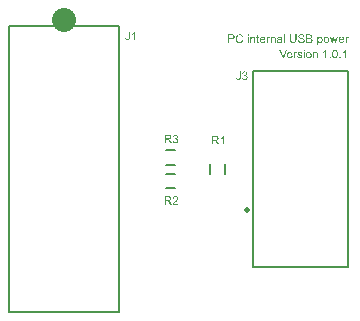
<source format=gto>
%FSLAX33Y33*%
%MOMM*%
%ADD10C,0.15*%
%ADD11C,2.032*%
%ADD12C,0.5*%
D10*
%LNtop silkscreen_traces*%
%LNtop silkscreen component 2db072afead86070*%
G01*
X13585Y10875D02*
X14415Y10875D01*
X13585Y12125D02*
X14415Y12125D01*
G36*
X13489Y9500D02*
X13489Y10216D01*
X13806Y10216D01*
X13851Y10215D01*
X13891Y10211D01*
X13924Y10205D01*
X13952Y10197D01*
X13976Y10185D01*
X13997Y10170D01*
X14015Y10151D01*
X14031Y10128D01*
X14044Y10103D01*
X14054Y10077D01*
X14059Y10049D01*
X14061Y10021D01*
X14058Y9984D01*
X14049Y9950D01*
X14033Y9920D01*
X14012Y9892D01*
X13984Y9868D01*
X13949Y9849D01*
X13908Y9835D01*
X13884Y9830D01*
X13869Y9907D01*
X13889Y9913D01*
X13906Y9921D01*
X13921Y9931D01*
X13934Y9943D01*
X13945Y9956D01*
X13953Y9971D01*
X13959Y9987D01*
X13962Y10003D01*
X13964Y10021D01*
X13961Y10045D01*
X13954Y10067D01*
X13943Y10087D01*
X13927Y10104D01*
X13906Y10118D01*
X13879Y10129D01*
X13847Y10135D01*
X13810Y10137D01*
X13584Y10137D01*
X13584Y9900D01*
X13584Y9900D01*
X13787Y9900D01*
X13818Y9901D01*
X13845Y9903D01*
X13869Y9907D01*
X13884Y9830D01*
X13860Y9826D01*
X13877Y9817D01*
X13893Y9808D01*
X13906Y9799D01*
X13917Y9790D01*
X13937Y9770D01*
X13957Y9747D01*
X13976Y9722D01*
X13995Y9695D01*
X14120Y9500D01*
X14001Y9500D01*
X13906Y9649D01*
X13886Y9679D01*
X13868Y9706D01*
X13852Y9729D01*
X13838Y9748D01*
X13825Y9763D01*
X13812Y9777D01*
X13800Y9787D01*
X13790Y9795D01*
X13779Y9802D01*
X13768Y9807D01*
X13757Y9811D01*
X13746Y9814D01*
X13737Y9816D01*
X13725Y9817D01*
X13711Y9818D01*
X13694Y9818D01*
X13584Y9818D01*
X13584Y9500D01*
X13489Y9500D01*
X13489Y9500D01*
X14636Y9584D02*
X14636Y9500D01*
X14163Y9500D01*
X14163Y9516D01*
X14165Y9531D01*
X14168Y9546D01*
X14173Y9561D01*
X14183Y9585D01*
X14197Y9609D01*
X14212Y9633D01*
X14231Y9656D01*
X14253Y9681D01*
X14280Y9707D01*
X14311Y9735D01*
X14346Y9765D01*
X14400Y9810D01*
X14444Y9850D01*
X14478Y9886D01*
X14504Y9916D01*
X14522Y9944D01*
X14534Y9971D01*
X14542Y9997D01*
X14545Y10022D01*
X14542Y10047D01*
X14535Y10070D01*
X14524Y10091D01*
X14507Y10110D01*
X14487Y10126D01*
X14464Y10137D01*
X14438Y10144D01*
X14410Y10146D01*
X14380Y10144D01*
X14353Y10136D01*
X14329Y10125D01*
X14308Y10108D01*
X14292Y10087D01*
X14280Y10062D01*
X14272Y10034D01*
X14270Y10002D01*
X14179Y10012D01*
X14187Y10059D01*
X14201Y10101D01*
X14222Y10136D01*
X14249Y10166D01*
X14282Y10189D01*
X14320Y10206D01*
X14363Y10215D01*
X14412Y10219D01*
X14461Y10215D01*
X14504Y10204D01*
X14542Y10187D01*
X14575Y10162D01*
X14601Y10131D01*
X14620Y10098D01*
X14631Y10061D01*
X14635Y10020D01*
X14634Y9999D01*
X14631Y9977D01*
X14625Y9956D01*
X14617Y9936D01*
X14607Y9915D01*
X14594Y9893D01*
X14578Y9871D01*
X14559Y9848D01*
X14535Y9823D01*
X14505Y9794D01*
X14468Y9760D01*
X14424Y9722D01*
X14388Y9692D01*
X14359Y9666D01*
X14337Y9647D01*
X14322Y9632D01*
X14311Y9620D01*
X14301Y9608D01*
X14293Y9596D01*
X14285Y9584D01*
X14636Y9584D01*
X14636Y9584D01*
G37*
%LNtop silkscreen component f0fb2731934dc838*%
X0360Y24630D02*
X9640Y24630D01*
X0360Y24630D02*
X0360Y0370D01*
X9640Y0370*
X9640Y24630*
D11*
X5000Y25146D03*
G36*
X10161Y23633D02*
X10246Y23645D01*
X10249Y23607D01*
X10256Y23576D01*
X10265Y23551D01*
X10277Y23533D01*
X10292Y23519D01*
X10310Y23510D01*
X10330Y23504D01*
X10353Y23502D01*
X10370Y23503D01*
X10386Y23506D01*
X10401Y23511D01*
X10414Y23519D01*
X10426Y23528D01*
X10436Y23538D01*
X10444Y23550D01*
X10450Y23563D01*
X10454Y23579D01*
X10457Y23599D01*
X10459Y23624D01*
X10460Y23653D01*
X10460Y24146D01*
X10554Y24146D01*
X10554Y23658D01*
X10553Y23616D01*
X10549Y23578D01*
X10542Y23546D01*
X10533Y23519D01*
X10520Y23496D01*
X10504Y23475D01*
X10486Y23458D01*
X10464Y23444D01*
X10439Y23432D01*
X10412Y23424D01*
X10384Y23419D01*
X10353Y23418D01*
X10309Y23421D01*
X10270Y23431D01*
X10237Y23448D01*
X10209Y23472D01*
X10187Y23502D01*
X10172Y23539D01*
X10163Y23583D01*
X10161Y23633D01*
X10161Y23633D01*
X11004Y23430D02*
X10917Y23430D01*
X10917Y23990D01*
X10899Y23975D01*
X10880Y23960D01*
X10858Y23945D01*
X10833Y23930D01*
X10808Y23915D01*
X10784Y23903D01*
X10762Y23893D01*
X10741Y23884D01*
X10741Y23969D01*
X10777Y23987D01*
X10810Y24007D01*
X10841Y24029D01*
X10870Y24053D01*
X10895Y24078D01*
X10917Y24102D01*
X10934Y24125D01*
X10948Y24149D01*
X11004Y24149D01*
X11004Y23430D01*
X11004Y23430D01*
G37*
%LNtop silkscreen component 857abdc5204d4412*%
D10*
X14415Y14125D02*
X13585Y14125D01*
X14415Y12875D02*
X13585Y12875D01*
G36*
X13489Y14700D02*
X13489Y15416D01*
X13806Y15416D01*
X13851Y15415D01*
X13891Y15411D01*
X13924Y15405D01*
X13952Y15397D01*
X13976Y15385D01*
X13997Y15370D01*
X14015Y15351D01*
X14031Y15328D01*
X14044Y15303D01*
X14054Y15277D01*
X14059Y15249D01*
X14061Y15221D01*
X14058Y15184D01*
X14049Y15150D01*
X14033Y15120D01*
X14012Y15092D01*
X13984Y15068D01*
X13949Y15049D01*
X13908Y15035D01*
X13884Y15030D01*
X13869Y15107D01*
X13889Y15113D01*
X13906Y15121D01*
X13921Y15131D01*
X13934Y15143D01*
X13945Y15156D01*
X13953Y15171D01*
X13959Y15187D01*
X13962Y15203D01*
X13964Y15221D01*
X13961Y15245D01*
X13954Y15267D01*
X13943Y15287D01*
X13927Y15304D01*
X13906Y15318D01*
X13879Y15329D01*
X13847Y15335D01*
X13810Y15337D01*
X13584Y15337D01*
X13584Y15100D01*
X13584Y15100D01*
X13787Y15100D01*
X13818Y15101D01*
X13845Y15103D01*
X13869Y15107D01*
X13884Y15030D01*
X13860Y15026D01*
X13877Y15017D01*
X13893Y15008D01*
X13906Y14999D01*
X13917Y14990D01*
X13937Y14970D01*
X13957Y14947D01*
X13976Y14922D01*
X13995Y14895D01*
X14120Y14700D01*
X14001Y14700D01*
X13906Y14849D01*
X13886Y14879D01*
X13868Y14906D01*
X13852Y14929D01*
X13838Y14948D01*
X13825Y14963D01*
X13812Y14977D01*
X13800Y14987D01*
X13790Y14995D01*
X13779Y15002D01*
X13768Y15007D01*
X13757Y15011D01*
X13746Y15014D01*
X13737Y15016D01*
X13725Y15017D01*
X13711Y15018D01*
X13694Y15018D01*
X13584Y15018D01*
X13584Y14700D01*
X13489Y14700D01*
X13489Y14700D01*
X14175Y14889D02*
X14262Y14901D01*
X14271Y14866D01*
X14283Y14836D01*
X14297Y14812D01*
X14314Y14793D01*
X14333Y14779D01*
X14354Y14768D01*
X14377Y14762D01*
X14403Y14760D01*
X14432Y14763D01*
X14460Y14771D01*
X14485Y14784D01*
X14507Y14803D01*
X14526Y14826D01*
X14539Y14851D01*
X14547Y14879D01*
X14550Y14909D01*
X14548Y14938D01*
X14540Y14965D01*
X14528Y14988D01*
X14510Y15009D01*
X14489Y15027D01*
X14466Y15039D01*
X14439Y15046D01*
X14410Y15049D01*
X14397Y15048D01*
X14382Y15046D01*
X14366Y15043D01*
X14348Y15039D01*
X14358Y15116D01*
X14362Y15116D01*
X14366Y15115D01*
X14369Y15115D01*
X14372Y15115D01*
X14399Y15117D01*
X14425Y15122D01*
X14450Y15132D01*
X14473Y15144D01*
X14493Y15161D01*
X14507Y15182D01*
X14515Y15206D01*
X14518Y15235D01*
X14516Y15258D01*
X14510Y15279D01*
X14499Y15298D01*
X14485Y15315D01*
X14468Y15329D01*
X14448Y15339D01*
X14425Y15345D01*
X14401Y15346D01*
X14376Y15344D01*
X14354Y15338D01*
X14333Y15328D01*
X14315Y15314D01*
X14300Y15296D01*
X14287Y15274D01*
X14278Y15248D01*
X14271Y15218D01*
X14183Y15233D01*
X14194Y15275D01*
X14210Y15312D01*
X14231Y15343D01*
X14257Y15370D01*
X14287Y15391D01*
X14321Y15407D01*
X14358Y15416D01*
X14399Y15419D01*
X14427Y15417D01*
X14455Y15412D01*
X14481Y15405D01*
X14507Y15394D01*
X14530Y15380D01*
X14550Y15364D01*
X14567Y15346D01*
X14582Y15325D01*
X14593Y15303D01*
X14602Y15280D01*
X14606Y15257D01*
X14608Y15233D01*
X14607Y15210D01*
X14602Y15188D01*
X14594Y15168D01*
X14583Y15148D01*
X14569Y15130D01*
X14552Y15114D01*
X14532Y15100D01*
X14509Y15088D01*
X14539Y15078D01*
X14566Y15065D01*
X14589Y15048D01*
X14608Y15027D01*
X14623Y15002D01*
X14634Y14975D01*
X14641Y14945D01*
X14643Y14911D01*
X14639Y14866D01*
X14626Y14825D01*
X14605Y14787D01*
X14575Y14752D01*
X14538Y14724D01*
X14498Y14704D01*
X14452Y14691D01*
X14402Y14687D01*
X14357Y14691D01*
X14316Y14701D01*
X14279Y14719D01*
X14246Y14743D01*
X14218Y14774D01*
X14197Y14808D01*
X14182Y14846D01*
X14175Y14889D01*
X14175Y14889D01*
G37*
%LNtop silkscreen component 9dea16fde81fcd95*%
X18625Y12085D02*
X18625Y12915D01*
X17375Y12085D02*
X17375Y12915D01*
G36*
X17489Y14600D02*
X17489Y15316D01*
X17806Y15316D01*
X17851Y15315D01*
X17891Y15311D01*
X17924Y15305D01*
X17952Y15297D01*
X17976Y15285D01*
X17997Y15270D01*
X18015Y15251D01*
X18031Y15228D01*
X18044Y15203D01*
X18054Y15177D01*
X18059Y15149D01*
X18061Y15121D01*
X18058Y15084D01*
X18049Y15050D01*
X18033Y15020D01*
X18012Y14992D01*
X17984Y14968D01*
X17949Y14949D01*
X17908Y14935D01*
X17884Y14930D01*
X17869Y15007D01*
X17889Y15013D01*
X17906Y15021D01*
X17921Y15031D01*
X17934Y15043D01*
X17945Y15056D01*
X17953Y15071D01*
X17959Y15087D01*
X17962Y15103D01*
X17964Y15121D01*
X17961Y15145D01*
X17954Y15167D01*
X17943Y15187D01*
X17927Y15204D01*
X17906Y15218D01*
X17879Y15229D01*
X17847Y15235D01*
X17810Y15237D01*
X17584Y15237D01*
X17584Y15000D01*
X17584Y15000D01*
X17787Y15000D01*
X17818Y15001D01*
X17845Y15003D01*
X17869Y15007D01*
X17884Y14930D01*
X17860Y14926D01*
X17877Y14917D01*
X17893Y14908D01*
X17906Y14899D01*
X17917Y14890D01*
X17937Y14870D01*
X17957Y14847D01*
X17976Y14822D01*
X17995Y14795D01*
X18120Y14600D01*
X18001Y14600D01*
X17906Y14749D01*
X17886Y14779D01*
X17868Y14806D01*
X17852Y14829D01*
X17838Y14848D01*
X17825Y14863D01*
X17812Y14877D01*
X17800Y14887D01*
X17790Y14895D01*
X17779Y14902D01*
X17768Y14907D01*
X17757Y14911D01*
X17746Y14914D01*
X17737Y14916D01*
X17725Y14917D01*
X17711Y14918D01*
X17694Y14918D01*
X17584Y14918D01*
X17584Y14600D01*
X17489Y14600D01*
X17489Y14600D01*
X18505Y14600D02*
X18417Y14600D01*
X18417Y15160D01*
X18400Y15145D01*
X18381Y15130D01*
X18358Y15115D01*
X18334Y15100D01*
X18309Y15085D01*
X18285Y15073D01*
X18263Y15063D01*
X18241Y15054D01*
X18241Y15139D01*
X18277Y15157D01*
X18311Y15177D01*
X18342Y15199D01*
X18370Y15223D01*
X18396Y15248D01*
X18417Y15272D01*
X18435Y15295D01*
X18448Y15319D01*
X18505Y15319D01*
X18505Y14600D01*
X18505Y14600D01*
G37*
%LNtop silkscreen component 442748f89a67850a*%
X29011Y4215D02*
X20989Y4215D01*
X20989Y20785*
X29011Y20785*
X29011Y4215*
D12*
X20440Y9075D03*
G36*
X19544Y20264D02*
X19629Y20276D01*
X19632Y20238D01*
X19639Y20207D01*
X19648Y20182D01*
X19660Y20164D01*
X19675Y20150D01*
X19693Y20141D01*
X19713Y20135D01*
X19736Y20133D01*
X19753Y20134D01*
X19769Y20138D01*
X19784Y20143D01*
X19797Y20150D01*
X19809Y20159D01*
X19819Y20169D01*
X19827Y20181D01*
X19833Y20194D01*
X19837Y20210D01*
X19840Y20231D01*
X19842Y20255D01*
X19843Y20284D01*
X19843Y20777D01*
X19937Y20777D01*
X19937Y20289D01*
X19936Y20247D01*
X19932Y20210D01*
X19925Y20177D01*
X19916Y20150D01*
X19903Y20127D01*
X19888Y20107D01*
X19869Y20089D01*
X19847Y20075D01*
X19822Y20064D01*
X19796Y20055D01*
X19767Y20051D01*
X19736Y20049D01*
X19692Y20052D01*
X19653Y20063D01*
X19620Y20079D01*
X19592Y20103D01*
X19570Y20134D01*
X19555Y20171D01*
X19546Y20214D01*
X19544Y20264D01*
X19544Y20264D01*
X20057Y20250D02*
X20145Y20262D01*
X20154Y20227D01*
X20165Y20198D01*
X20180Y20173D01*
X20196Y20154D01*
X20216Y20140D01*
X20237Y20129D01*
X20260Y20123D01*
X20285Y20121D01*
X20315Y20124D01*
X20342Y20132D01*
X20367Y20145D01*
X20390Y20164D01*
X20408Y20187D01*
X20422Y20212D01*
X20430Y20240D01*
X20433Y20271D01*
X20430Y20300D01*
X20423Y20326D01*
X20410Y20350D01*
X20393Y20371D01*
X20372Y20388D01*
X20348Y20400D01*
X20322Y20407D01*
X20292Y20410D01*
X20279Y20409D01*
X20264Y20407D01*
X20248Y20404D01*
X20230Y20400D01*
X20240Y20477D01*
X20244Y20477D01*
X20248Y20476D01*
X20251Y20476D01*
X20254Y20476D01*
X20282Y20478D01*
X20308Y20484D01*
X20332Y20493D01*
X20355Y20506D01*
X20375Y20522D01*
X20389Y20543D01*
X20397Y20567D01*
X20400Y20596D01*
X20398Y20619D01*
X20392Y20640D01*
X20382Y20659D01*
X20368Y20676D01*
X20350Y20690D01*
X20330Y20700D01*
X20308Y20706D01*
X20283Y20708D01*
X20259Y20706D01*
X20236Y20700D01*
X20216Y20690D01*
X20198Y20675D01*
X20182Y20657D01*
X20170Y20635D01*
X20160Y20609D01*
X20154Y20579D01*
X20066Y20594D01*
X20076Y20636D01*
X20092Y20673D01*
X20113Y20705D01*
X20139Y20731D01*
X20169Y20753D01*
X20203Y20768D01*
X20240Y20777D01*
X20281Y20780D01*
X20310Y20778D01*
X20337Y20774D01*
X20364Y20766D01*
X20389Y20755D01*
X20412Y20741D01*
X20433Y20725D01*
X20450Y20707D01*
X20464Y20686D01*
X20476Y20664D01*
X20484Y20641D01*
X20489Y20618D01*
X20491Y20594D01*
X20489Y20571D01*
X20484Y20550D01*
X20477Y20529D01*
X20466Y20509D01*
X20452Y20491D01*
X20435Y20475D01*
X20415Y20461D01*
X20392Y20449D01*
X20422Y20440D01*
X20448Y20426D01*
X20471Y20409D01*
X20491Y20388D01*
X20506Y20364D01*
X20517Y20336D01*
X20524Y20306D01*
X20526Y20273D01*
X20522Y20228D01*
X20509Y20186D01*
X20487Y20148D01*
X20457Y20114D01*
X20421Y20085D01*
X20380Y20065D01*
X20335Y20053D01*
X20285Y20049D01*
X20239Y20052D01*
X20198Y20063D01*
X20161Y20080D01*
X20128Y20105D01*
X20100Y20135D01*
X20079Y20169D01*
X20065Y20208D01*
X20057Y20250D01*
X20057Y20250D01*
G37*
%LNtext*%
G36*
X18877Y23200D02*
X18877Y23916D01*
X19147Y23916D01*
X19181Y23915D01*
X19210Y23914D01*
X19235Y23912D01*
X19256Y23909D01*
X19281Y23904D01*
X19305Y23896D01*
X19326Y23887D01*
X19344Y23876D01*
X19361Y23862D01*
X19377Y23846D01*
X19390Y23827D01*
X19402Y23806D01*
X19411Y23784D01*
X19418Y23760D01*
X19422Y23735D01*
X19424Y23709D01*
X19420Y23665D01*
X19409Y23624D01*
X19391Y23588D01*
X19365Y23554D01*
X19331Y23527D01*
X19284Y23507D01*
X19226Y23495D01*
X19204Y23494D01*
X19200Y23578D01*
X19235Y23584D01*
X19265Y23595D01*
X19287Y23610D01*
X19304Y23628D01*
X19316Y23651D01*
X19323Y23677D01*
X19326Y23706D01*
X19324Y23728D01*
X19320Y23748D01*
X19313Y23766D01*
X19303Y23783D01*
X19291Y23797D01*
X19277Y23809D01*
X19261Y23819D01*
X19243Y23825D01*
X19229Y23828D01*
X19209Y23830D01*
X19185Y23831D01*
X19155Y23831D01*
X18972Y23831D01*
X18972Y23575D01*
X18972Y23575D01*
X19157Y23575D01*
X19200Y23578D01*
X19204Y23494D01*
X19155Y23491D01*
X18972Y23491D01*
X18972Y23200D01*
X18877Y23200D01*
X18877Y23200D01*
X20055Y23451D02*
X20150Y23427D01*
X20132Y23372D01*
X20108Y23324D01*
X20078Y23283D01*
X20042Y23249D01*
X20002Y23222D01*
X19956Y23203D01*
X19907Y23192D01*
X19853Y23188D01*
X19798Y23191D01*
X19748Y23200D01*
X19704Y23214D01*
X19665Y23235D01*
X19631Y23261D01*
X19601Y23293D01*
X19576Y23329D01*
X19555Y23371D01*
X19538Y23417D01*
X19526Y23464D01*
X19519Y23513D01*
X19517Y23563D01*
X19519Y23617D01*
X19527Y23668D01*
X19541Y23715D01*
X19560Y23758D01*
X19583Y23797D01*
X19611Y23832D01*
X19644Y23861D01*
X19681Y23885D01*
X19722Y23904D01*
X19764Y23917D01*
X19808Y23925D01*
X19855Y23928D01*
X19906Y23925D01*
X19954Y23914D01*
X19997Y23897D01*
X20035Y23873D01*
X20069Y23843D01*
X20098Y23808D01*
X20120Y23766D01*
X20137Y23720D01*
X20044Y23698D01*
X20030Y23734D01*
X20014Y23765D01*
X19994Y23791D01*
X19972Y23811D01*
X19947Y23827D01*
X19918Y23838D01*
X19887Y23845D01*
X19853Y23847D01*
X19813Y23845D01*
X19777Y23837D01*
X19744Y23825D01*
X19715Y23807D01*
X19689Y23786D01*
X19668Y23761D01*
X19650Y23733D01*
X19637Y23701D01*
X19627Y23668D01*
X19620Y23634D01*
X19616Y23599D01*
X19614Y23564D01*
X19616Y23520D01*
X19621Y23478D01*
X19629Y23440D01*
X19641Y23404D01*
X19656Y23372D01*
X19675Y23345D01*
X19698Y23322D01*
X19724Y23303D01*
X19752Y23288D01*
X19782Y23277D01*
X19813Y23271D01*
X19845Y23269D01*
X19884Y23272D01*
X19919Y23280D01*
X19951Y23295D01*
X19980Y23315D01*
X20006Y23340D01*
X20026Y23372D01*
X20043Y23409D01*
X20055Y23451D01*
X20055Y23451D01*
X20533Y23200D02*
X20533Y23719D01*
X20621Y23719D01*
X20621Y23200D01*
X20533Y23200D01*
X20533Y23200D01*
X20533Y23815D02*
X20533Y23916D01*
X20621Y23916D01*
X20621Y23815D01*
X20533Y23815D01*
X20533Y23815D01*
X20755Y23200D02*
X20755Y23719D01*
X20834Y23719D01*
X20834Y23645D01*
X20866Y23682D01*
X20904Y23709D01*
X20948Y23725D01*
X20999Y23730D01*
X21022Y23729D01*
X21044Y23726D01*
X21065Y23721D01*
X21085Y23713D01*
X21104Y23704D01*
X21120Y23694D01*
X21133Y23682D01*
X21144Y23669D01*
X21153Y23655D01*
X21161Y23639D01*
X21167Y23622D01*
X21172Y23604D01*
X21174Y23590D01*
X21175Y23571D01*
X21176Y23547D01*
X21176Y23519D01*
X21176Y23200D01*
X21089Y23200D01*
X21089Y23515D01*
X21088Y23541D01*
X21086Y23562D01*
X21083Y23581D01*
X21078Y23596D01*
X21072Y23608D01*
X21064Y23620D01*
X21054Y23630D01*
X21042Y23638D01*
X21028Y23645D01*
X21014Y23650D01*
X20998Y23653D01*
X20981Y23654D01*
X20954Y23652D01*
X20928Y23645D01*
X20905Y23634D01*
X20884Y23618D01*
X20866Y23597D01*
X20853Y23567D01*
X20846Y23529D01*
X20843Y23483D01*
X20843Y23200D01*
X20755Y23200D01*
X20755Y23200D01*
X21503Y23279D02*
X21516Y23201D01*
X21498Y23198D01*
X21481Y23195D01*
X21465Y23194D01*
X21449Y23193D01*
X21427Y23194D01*
X21407Y23197D01*
X21390Y23202D01*
X21375Y23208D01*
X21363Y23216D01*
X21353Y23226D01*
X21344Y23236D01*
X21338Y23248D01*
X21333Y23264D01*
X21330Y23286D01*
X21328Y23316D01*
X21327Y23352D01*
X21327Y23650D01*
X21263Y23650D01*
X21263Y23719D01*
X21327Y23719D01*
X21327Y23847D01*
X21415Y23900D01*
X21415Y23719D01*
X21503Y23719D01*
X21503Y23650D01*
X21415Y23650D01*
X21415Y23347D01*
X21415Y23330D01*
X21416Y23316D01*
X21417Y23306D01*
X21419Y23299D01*
X21422Y23294D01*
X21425Y23289D01*
X21430Y23285D01*
X21435Y23282D01*
X21440Y23279D01*
X21447Y23277D01*
X21455Y23276D01*
X21465Y23275D01*
X21472Y23275D01*
X21482Y23276D01*
X21492Y23277D01*
X21503Y23279D01*
X21503Y23279D01*
X21944Y23367D02*
X22035Y23356D01*
X22022Y23318D01*
X22004Y23285D01*
X21982Y23256D01*
X21955Y23232D01*
X21924Y23213D01*
X21889Y23199D01*
X21850Y23191D01*
X21807Y23188D01*
X21753Y23193D01*
X21705Y23206D01*
X21663Y23228D01*
X21626Y23258D01*
X21597Y23297D01*
X21576Y23343D01*
X21564Y23395D01*
X21560Y23455D01*
X21564Y23517D01*
X21577Y23571D01*
X21598Y23618D01*
X21627Y23658D01*
X21663Y23690D01*
X21705Y23712D01*
X21751Y23726D01*
X21802Y23730D01*
X21809Y23730D01*
X21803Y23658D01*
X21774Y23655D01*
X21747Y23648D01*
X21723Y23635D01*
X21701Y23617D01*
X21683Y23596D01*
X21669Y23570D01*
X21660Y23541D01*
X21655Y23509D01*
X21655Y23509D01*
X21945Y23509D01*
X21941Y23540D01*
X21934Y23566D01*
X21924Y23589D01*
X21912Y23607D01*
X21889Y23629D01*
X21864Y23645D01*
X21835Y23655D01*
X21803Y23658D01*
X21809Y23730D01*
X21852Y23726D01*
X21896Y23713D01*
X21937Y23690D01*
X21972Y23659D01*
X22001Y23620D01*
X22021Y23574D01*
X22034Y23521D01*
X22038Y23460D01*
X22038Y23456D01*
X22038Y23450D01*
X22038Y23444D01*
X22037Y23437D01*
X21651Y23437D01*
X21655Y23397D01*
X21665Y23361D01*
X21680Y23331D01*
X21699Y23306D01*
X21722Y23286D01*
X21748Y23272D01*
X21776Y23263D01*
X21807Y23261D01*
X21831Y23262D01*
X21852Y23267D01*
X21872Y23275D01*
X21890Y23286D01*
X21906Y23301D01*
X21920Y23319D01*
X21933Y23341D01*
X21944Y23367D01*
X21944Y23367D01*
X22144Y23200D02*
X22144Y23719D01*
X22223Y23719D01*
X22223Y23640D01*
X22238Y23665D01*
X22252Y23686D01*
X22266Y23702D01*
X22279Y23713D01*
X22292Y23720D01*
X22306Y23726D01*
X22321Y23729D01*
X22336Y23730D01*
X22358Y23729D01*
X22380Y23723D01*
X22403Y23714D01*
X22426Y23702D01*
X22396Y23620D01*
X22380Y23629D01*
X22363Y23635D01*
X22347Y23638D01*
X22331Y23639D01*
X22317Y23638D01*
X22304Y23635D01*
X22291Y23630D01*
X22279Y23622D01*
X22269Y23613D01*
X22260Y23601D01*
X22252Y23589D01*
X22247Y23574D01*
X22240Y23550D01*
X22236Y23525D01*
X22233Y23499D01*
X22232Y23471D01*
X22232Y23200D01*
X22144Y23200D01*
X22144Y23200D01*
X22478Y23200D02*
X22478Y23719D01*
X22557Y23719D01*
X22557Y23645D01*
X22589Y23682D01*
X22627Y23709D01*
X22672Y23725D01*
X22722Y23730D01*
X22745Y23729D01*
X22767Y23726D01*
X22788Y23721D01*
X22809Y23713D01*
X22827Y23704D01*
X22843Y23694D01*
X22856Y23682D01*
X22867Y23669D01*
X22876Y23655D01*
X22884Y23639D01*
X22890Y23622D01*
X22895Y23604D01*
X22897Y23590D01*
X22898Y23571D01*
X22899Y23547D01*
X22900Y23519D01*
X22900Y23200D01*
X22812Y23200D01*
X22812Y23515D01*
X22811Y23541D01*
X22809Y23562D01*
X22806Y23581D01*
X22801Y23596D01*
X22795Y23608D01*
X22787Y23620D01*
X22777Y23630D01*
X22765Y23638D01*
X22751Y23645D01*
X22737Y23650D01*
X22721Y23653D01*
X22704Y23654D01*
X22677Y23652D01*
X22651Y23645D01*
X22628Y23634D01*
X22607Y23618D01*
X22589Y23597D01*
X22576Y23567D01*
X22569Y23529D01*
X22566Y23483D01*
X22566Y23200D01*
X22478Y23200D01*
X22478Y23200D01*
X23373Y23264D02*
X23349Y23245D01*
X23345Y23242D01*
X23312Y23291D01*
X23327Y23306D01*
X23341Y23322D01*
X23351Y23340D01*
X23357Y23357D01*
X23362Y23377D01*
X23365Y23401D01*
X23365Y23428D01*
X23365Y23460D01*
X23365Y23460D01*
X23339Y23451D01*
X23306Y23442D01*
X23267Y23434D01*
X23222Y23427D01*
X23197Y23423D01*
X23176Y23419D01*
X23158Y23414D01*
X23145Y23409D01*
X23135Y23404D01*
X23125Y23397D01*
X23117Y23390D01*
X23111Y23381D01*
X23105Y23371D01*
X23101Y23361D01*
X23099Y23350D01*
X23098Y23339D01*
X23100Y23322D01*
X23105Y23307D01*
X23113Y23293D01*
X23125Y23281D01*
X23140Y23270D01*
X23158Y23263D01*
X23179Y23259D01*
X23203Y23257D01*
X23228Y23259D01*
X23251Y23263D01*
X23273Y23270D01*
X23293Y23279D01*
X23312Y23291D01*
X23345Y23242D01*
X23325Y23229D01*
X23302Y23215D01*
X23279Y23205D01*
X23256Y23198D01*
X23232Y23193D01*
X23207Y23189D01*
X23182Y23188D01*
X23142Y23191D01*
X23106Y23199D01*
X23076Y23212D01*
X23050Y23230D01*
X23030Y23252D01*
X23016Y23278D01*
X23007Y23306D01*
X23005Y23337D01*
X23006Y23355D01*
X23009Y23373D01*
X23014Y23390D01*
X23022Y23406D01*
X23031Y23421D01*
X23042Y23435D01*
X23054Y23447D01*
X23067Y23457D01*
X23082Y23466D01*
X23097Y23474D01*
X23113Y23480D01*
X23131Y23486D01*
X23145Y23489D01*
X23163Y23492D01*
X23184Y23496D01*
X23209Y23499D01*
X23258Y23505D01*
X23301Y23513D01*
X23337Y23521D01*
X23365Y23529D01*
X23366Y23537D01*
X23366Y23544D01*
X23366Y23549D01*
X23366Y23552D01*
X23364Y23577D01*
X23360Y23598D01*
X23352Y23615D01*
X23341Y23628D01*
X23322Y23641D01*
X23299Y23650D01*
X23272Y23656D01*
X23241Y23658D01*
X23212Y23656D01*
X23187Y23652D01*
X23166Y23645D01*
X23149Y23636D01*
X23136Y23623D01*
X23124Y23606D01*
X23114Y23584D01*
X23106Y23559D01*
X23020Y23571D01*
X23027Y23597D01*
X23035Y23620D01*
X23046Y23641D01*
X23058Y23660D01*
X23073Y23676D01*
X23091Y23690D01*
X23112Y23702D01*
X23136Y23712D01*
X23162Y23720D01*
X23191Y23726D01*
X23221Y23729D01*
X23254Y23730D01*
X23285Y23729D01*
X23314Y23726D01*
X23339Y23721D01*
X23362Y23715D01*
X23381Y23706D01*
X23398Y23697D01*
X23411Y23687D01*
X23423Y23675D01*
X23432Y23663D01*
X23439Y23649D01*
X23445Y23633D01*
X23450Y23616D01*
X23452Y23602D01*
X23453Y23584D01*
X23454Y23562D01*
X23454Y23534D01*
X23454Y23417D01*
X23455Y23362D01*
X23456Y23317D01*
X23457Y23284D01*
X23460Y23262D01*
X23463Y23246D01*
X23468Y23230D01*
X23475Y23215D01*
X23482Y23200D01*
X23390Y23200D01*
X23384Y23214D01*
X23379Y23230D01*
X23375Y23246D01*
X23373Y23264D01*
X23373Y23264D01*
X23589Y23200D02*
X23589Y23916D01*
X23676Y23916D01*
X23676Y23200D01*
X23589Y23200D01*
X23589Y23200D01*
X24571Y23916D02*
X24666Y23916D01*
X24666Y23502D01*
X24665Y23451D01*
X24660Y23405D01*
X24652Y23365D01*
X24642Y23331D01*
X24627Y23301D01*
X24608Y23273D01*
X24583Y23249D01*
X24554Y23228D01*
X24519Y23210D01*
X24480Y23198D01*
X24436Y23190D01*
X24386Y23188D01*
X24338Y23190D01*
X24295Y23196D01*
X24256Y23207D01*
X24222Y23222D01*
X24192Y23242D01*
X24167Y23265D01*
X24146Y23292D01*
X24131Y23323D01*
X24119Y23359D01*
X24110Y23401D01*
X24105Y23448D01*
X24103Y23502D01*
X24103Y23916D01*
X24198Y23916D01*
X24198Y23503D01*
X24199Y23459D01*
X24202Y23422D01*
X24208Y23390D01*
X24215Y23365D01*
X24225Y23344D01*
X24239Y23326D01*
X24255Y23310D01*
X24275Y23297D01*
X24297Y23287D01*
X24322Y23279D01*
X24349Y23275D01*
X24378Y23273D01*
X24427Y23276D01*
X24468Y23285D01*
X24501Y23300D01*
X24527Y23321D01*
X24546Y23350D01*
X24560Y23390D01*
X24569Y23441D01*
X24571Y23503D01*
X24571Y23916D01*
X24571Y23916D01*
X24792Y23430D02*
X24881Y23438D01*
X24885Y23412D01*
X24892Y23389D01*
X24900Y23368D01*
X24911Y23350D01*
X24924Y23333D01*
X24940Y23319D01*
X24960Y23305D01*
X24983Y23294D01*
X25008Y23285D01*
X25034Y23278D01*
X25063Y23274D01*
X25092Y23273D01*
X25119Y23274D01*
X25143Y23277D01*
X25167Y23282D01*
X25188Y23289D01*
X25208Y23298D01*
X25224Y23308D01*
X25238Y23320D01*
X25250Y23333D01*
X25259Y23347D01*
X25265Y23362D01*
X25269Y23378D01*
X25270Y23394D01*
X25269Y23411D01*
X25265Y23426D01*
X25259Y23440D01*
X25251Y23453D01*
X25239Y23465D01*
X25225Y23476D01*
X25207Y23486D01*
X25186Y23495D01*
X25167Y23502D01*
X25140Y23510D01*
X25104Y23519D01*
X25059Y23530D01*
X25013Y23542D01*
X24975Y23553D01*
X24944Y23564D01*
X24921Y23575D01*
X24897Y23589D01*
X24876Y23605D01*
X24858Y23623D01*
X24844Y23642D01*
X24833Y23662D01*
X24825Y23684D01*
X24821Y23707D01*
X24819Y23731D01*
X24821Y23757D01*
X24827Y23783D01*
X24836Y23808D01*
X24850Y23832D01*
X24867Y23854D01*
X24888Y23874D01*
X24912Y23890D01*
X24940Y23904D01*
X24970Y23914D01*
X25002Y23922D01*
X25036Y23927D01*
X25071Y23928D01*
X25110Y23926D01*
X25146Y23922D01*
X25180Y23914D01*
X25211Y23902D01*
X25240Y23888D01*
X25265Y23871D01*
X25287Y23850D01*
X25305Y23827D01*
X25319Y23801D01*
X25330Y23774D01*
X25337Y23745D01*
X25340Y23714D01*
X25249Y23707D01*
X25243Y23739D01*
X25233Y23767D01*
X25219Y23790D01*
X25200Y23810D01*
X25176Y23825D01*
X25147Y23836D01*
X25114Y23842D01*
X25075Y23845D01*
X25035Y23843D01*
X25001Y23837D01*
X24972Y23827D01*
X24950Y23813D01*
X24932Y23796D01*
X24920Y23778D01*
X24913Y23759D01*
X24910Y23737D01*
X24912Y23719D01*
X24917Y23702D01*
X24926Y23687D01*
X24938Y23674D01*
X24957Y23661D01*
X24988Y23648D01*
X25029Y23636D01*
X25081Y23623D01*
X25134Y23610D01*
X25178Y23598D01*
X25213Y23587D01*
X25239Y23577D01*
X25269Y23562D01*
X25294Y23544D01*
X25315Y23525D01*
X25332Y23504D01*
X25345Y23481D01*
X25354Y23456D01*
X25360Y23430D01*
X25361Y23402D01*
X25359Y23374D01*
X25353Y23347D01*
X25343Y23320D01*
X25329Y23294D01*
X25311Y23271D01*
X25289Y23250D01*
X25264Y23231D01*
X25235Y23216D01*
X25203Y23204D01*
X25170Y23195D01*
X25134Y23190D01*
X25097Y23188D01*
X25050Y23190D01*
X25008Y23195D01*
X24969Y23204D01*
X24934Y23216D01*
X24903Y23232D01*
X24875Y23252D01*
X24851Y23275D01*
X24831Y23301D01*
X24815Y23331D01*
X24802Y23362D01*
X24795Y23395D01*
X24792Y23430D01*
X24792Y23430D01*
X25487Y23200D02*
X25487Y23916D01*
X25756Y23916D01*
X25795Y23914D01*
X25829Y23910D01*
X25860Y23904D01*
X25887Y23894D01*
X25911Y23882D01*
X25931Y23867D01*
X25949Y23848D01*
X25965Y23827D01*
X25977Y23804D01*
X25986Y23781D01*
X25991Y23757D01*
X25993Y23733D01*
X25991Y23710D01*
X25987Y23688D01*
X25979Y23667D01*
X25968Y23646D01*
X25954Y23627D01*
X25937Y23610D01*
X25916Y23594D01*
X25893Y23581D01*
X25865Y23513D01*
X25852Y23519D01*
X25832Y23524D01*
X25808Y23528D01*
X25779Y23530D01*
X25747Y23531D01*
X25582Y23531D01*
X25582Y23284D01*
X25582Y23284D01*
X25760Y23284D01*
X25781Y23285D01*
X25799Y23285D01*
X25813Y23286D01*
X25824Y23288D01*
X25840Y23291D01*
X25854Y23296D01*
X25867Y23301D01*
X25879Y23307D01*
X25890Y23315D01*
X25899Y23324D01*
X25908Y23335D01*
X25915Y23347D01*
X25921Y23361D01*
X25926Y23375D01*
X25928Y23391D01*
X25929Y23408D01*
X25928Y23427D01*
X25924Y23445D01*
X25918Y23462D01*
X25909Y23477D01*
X25898Y23491D01*
X25884Y23502D01*
X25869Y23512D01*
X25865Y23513D01*
X25893Y23581D01*
X25859Y23638D01*
X25871Y23647D01*
X25881Y23659D01*
X25889Y23672D01*
X25895Y23687D01*
X25898Y23703D01*
X25900Y23721D01*
X25899Y23739D01*
X25895Y23755D01*
X25890Y23770D01*
X25883Y23784D01*
X25873Y23797D01*
X25862Y23807D01*
X25849Y23815D01*
X25834Y23821D01*
X25815Y23826D01*
X25791Y23829D01*
X25761Y23831D01*
X25725Y23831D01*
X25582Y23831D01*
X25582Y23615D01*
X25582Y23615D01*
X25737Y23615D01*
X25766Y23616D01*
X25791Y23617D01*
X25811Y23620D01*
X25827Y23623D01*
X25844Y23630D01*
X25859Y23638D01*
X25893Y23581D01*
X25923Y23570D01*
X25950Y23555D01*
X25973Y23537D01*
X25993Y23516D01*
X26008Y23492D01*
X26019Y23466D01*
X26025Y23438D01*
X26028Y23408D01*
X26026Y23383D01*
X26022Y23359D01*
X26016Y23336D01*
X26006Y23314D01*
X25995Y23294D01*
X25983Y23276D01*
X25969Y23260D01*
X25954Y23247D01*
X25937Y23236D01*
X25919Y23227D01*
X25898Y23219D01*
X25875Y23212D01*
X25851Y23207D01*
X25823Y23203D01*
X25793Y23201D01*
X25760Y23200D01*
X25487Y23200D01*
X25487Y23200D01*
X26425Y23001D02*
X26425Y23719D01*
X26505Y23719D01*
X26505Y23651D01*
X26548Y23609D01*
X26547Y23609D01*
X26528Y23580D01*
X26515Y23545D01*
X26507Y23503D01*
X26504Y23456D01*
X26504Y23456D01*
X26507Y23410D01*
X26514Y23369D01*
X26527Y23336D01*
X26545Y23308D01*
X26566Y23287D01*
X26589Y23273D01*
X26615Y23264D01*
X26643Y23261D01*
X26671Y23264D01*
X26697Y23273D01*
X26721Y23288D01*
X26743Y23310D01*
X26761Y23338D01*
X26774Y23373D01*
X26782Y23415D01*
X26785Y23464D01*
X26782Y23510D01*
X26775Y23550D01*
X26762Y23584D01*
X26744Y23612D01*
X26723Y23634D01*
X26699Y23649D01*
X26674Y23658D01*
X26647Y23661D01*
X26619Y23658D01*
X26594Y23648D01*
X26570Y23632D01*
X26548Y23609D01*
X26505Y23651D01*
X26519Y23670D01*
X26535Y23686D01*
X26551Y23699D01*
X26569Y23710D01*
X26587Y23719D01*
X26608Y23725D01*
X26631Y23729D01*
X26655Y23730D01*
X26687Y23728D01*
X26717Y23722D01*
X26746Y23711D01*
X26772Y23696D01*
X26796Y23677D01*
X26817Y23655D01*
X26834Y23629D01*
X26849Y23600D01*
X26860Y23568D01*
X26868Y23534D01*
X26873Y23500D01*
X26875Y23463D01*
X26873Y23424D01*
X26868Y23388D01*
X26859Y23353D01*
X26846Y23320D01*
X26830Y23290D01*
X26811Y23264D01*
X26789Y23241D01*
X26763Y23222D01*
X26736Y23207D01*
X26707Y23197D01*
X26678Y23190D01*
X26649Y23188D01*
X26627Y23189D01*
X26607Y23193D01*
X26588Y23199D01*
X26570Y23207D01*
X26553Y23217D01*
X26538Y23228D01*
X26524Y23240D01*
X26512Y23254D01*
X26512Y23001D01*
X26425Y23001D01*
X26425Y23001D01*
X26948Y23459D02*
X26953Y23527D01*
X26968Y23585D01*
X26993Y23633D01*
X27028Y23673D01*
X27063Y23698D01*
X27102Y23716D01*
X27145Y23727D01*
X27191Y23730D01*
X27242Y23726D01*
X27288Y23713D01*
X27330Y23691D01*
X27366Y23660D01*
X27396Y23622D01*
X27417Y23577D01*
X27430Y23525D01*
X27434Y23467D01*
X27432Y23419D01*
X27426Y23377D01*
X27417Y23340D01*
X27404Y23309D01*
X27387Y23282D01*
X27367Y23258D01*
X27343Y23237D01*
X27316Y23220D01*
X27287Y23206D01*
X27256Y23196D01*
X27224Y23190D01*
X27191Y23188D01*
X27185Y23189D01*
X27191Y23261D01*
X27222Y23264D01*
X27251Y23273D01*
X27277Y23289D01*
X27300Y23310D01*
X27319Y23339D01*
X27333Y23373D01*
X27341Y23414D01*
X27343Y23462D01*
X27341Y23507D01*
X27333Y23547D01*
X27319Y23580D01*
X27300Y23608D01*
X27277Y23630D01*
X27251Y23645D01*
X27222Y23654D01*
X27191Y23658D01*
X27160Y23654D01*
X27131Y23645D01*
X27105Y23630D01*
X27082Y23608D01*
X27063Y23580D01*
X27049Y23546D01*
X27041Y23506D01*
X27038Y23459D01*
X27038Y23459D01*
X27041Y23413D01*
X27049Y23372D01*
X27063Y23338D01*
X27082Y23310D01*
X27105Y23288D01*
X27131Y23273D01*
X27160Y23264D01*
X27191Y23261D01*
X27185Y23189D01*
X27139Y23193D01*
X27093Y23206D01*
X27051Y23228D01*
X27015Y23258D01*
X26986Y23297D01*
X26965Y23343D01*
X26952Y23397D01*
X26948Y23459D01*
X26948Y23459D01*
X27633Y23200D02*
X27474Y23719D01*
X27565Y23719D01*
X27647Y23419D01*
X27678Y23308D01*
X27680Y23318D01*
X27686Y23339D01*
X27694Y23371D01*
X27705Y23415D01*
X27787Y23719D01*
X27878Y23719D01*
X27955Y23418D01*
X27981Y23319D01*
X28011Y23419D01*
X28100Y23719D01*
X28185Y23719D01*
X28023Y23200D01*
X27932Y23200D01*
X27849Y23511D01*
X27829Y23599D01*
X27724Y23200D01*
X27633Y23200D01*
X27633Y23200D01*
X28614Y23367D02*
X28705Y23356D01*
X28692Y23318D01*
X28674Y23285D01*
X28652Y23256D01*
X28625Y23232D01*
X28594Y23213D01*
X28559Y23199D01*
X28520Y23191D01*
X28477Y23188D01*
X28423Y23193D01*
X28375Y23206D01*
X28333Y23228D01*
X28296Y23258D01*
X28267Y23297D01*
X28246Y23343D01*
X28234Y23395D01*
X28230Y23455D01*
X28234Y23517D01*
X28247Y23571D01*
X28268Y23618D01*
X28297Y23658D01*
X28333Y23690D01*
X28374Y23712D01*
X28421Y23726D01*
X28472Y23730D01*
X28479Y23730D01*
X28473Y23658D01*
X28444Y23655D01*
X28417Y23648D01*
X28393Y23635D01*
X28371Y23617D01*
X28353Y23596D01*
X28339Y23570D01*
X28330Y23541D01*
X28325Y23509D01*
X28325Y23509D01*
X28615Y23509D01*
X28611Y23540D01*
X28604Y23566D01*
X28594Y23589D01*
X28582Y23607D01*
X28559Y23629D01*
X28534Y23645D01*
X28505Y23655D01*
X28473Y23658D01*
X28479Y23730D01*
X28522Y23726D01*
X28566Y23713D01*
X28606Y23690D01*
X28642Y23659D01*
X28671Y23620D01*
X28691Y23574D01*
X28704Y23521D01*
X28708Y23460D01*
X28708Y23456D01*
X28708Y23450D01*
X28707Y23444D01*
X28707Y23437D01*
X28321Y23437D01*
X28325Y23397D01*
X28335Y23361D01*
X28350Y23331D01*
X28369Y23306D01*
X28392Y23286D01*
X28418Y23272D01*
X28446Y23263D01*
X28477Y23261D01*
X28501Y23262D01*
X28522Y23267D01*
X28542Y23275D01*
X28560Y23286D01*
X28576Y23301D01*
X28590Y23319D01*
X28603Y23341D01*
X28614Y23367D01*
X28614Y23367D01*
X28814Y23200D02*
X28814Y23719D01*
X28893Y23719D01*
X28893Y23640D01*
X28908Y23665D01*
X28922Y23686D01*
X28936Y23702D01*
X28949Y23713D01*
X28962Y23720D01*
X28976Y23726D01*
X28991Y23729D01*
X29006Y23730D01*
X29028Y23729D01*
X29050Y23723D01*
X29073Y23714D01*
X29096Y23702D01*
X29066Y23620D01*
X29050Y23629D01*
X29033Y23635D01*
X29017Y23638D01*
X29001Y23639D01*
X28987Y23638D01*
X28974Y23635D01*
X28961Y23630D01*
X28949Y23622D01*
X28939Y23613D01*
X28930Y23601D01*
X28922Y23589D01*
X28917Y23574D01*
X28910Y23550D01*
X28906Y23525D01*
X28903Y23499D01*
X28902Y23471D01*
X28902Y23200D01*
X28814Y23200D01*
X28814Y23200D01*
X23482Y21900D02*
X23204Y22616D01*
X23307Y22616D01*
X23493Y22096D01*
X23504Y22065D01*
X23514Y22035D01*
X23523Y22006D01*
X23531Y21979D01*
X23539Y22008D01*
X23549Y22037D01*
X23558Y22067D01*
X23569Y22096D01*
X23762Y22616D01*
X23859Y22616D01*
X23579Y21900D01*
X23482Y21900D01*
X23482Y21900D01*
X24233Y22067D02*
X24324Y22056D01*
X24311Y22018D01*
X24293Y21985D01*
X24271Y21956D01*
X24244Y21932D01*
X24213Y21913D01*
X24178Y21899D01*
X24139Y21891D01*
X24096Y21888D01*
X24042Y21893D01*
X23994Y21906D01*
X23951Y21928D01*
X23915Y21958D01*
X23886Y21997D01*
X23865Y22043D01*
X23853Y22095D01*
X23848Y22155D01*
X23853Y22217D01*
X23865Y22271D01*
X23886Y22318D01*
X23916Y22358D01*
X23952Y22390D01*
X23993Y22412D01*
X24039Y22426D01*
X24091Y22430D01*
X24098Y22430D01*
X24092Y22358D01*
X24063Y22355D01*
X24036Y22348D01*
X24012Y22335D01*
X23990Y22317D01*
X23971Y22296D01*
X23958Y22270D01*
X23949Y22241D01*
X23944Y22209D01*
X23944Y22209D01*
X24234Y22209D01*
X24229Y22240D01*
X24222Y22266D01*
X24213Y22289D01*
X24201Y22307D01*
X24178Y22329D01*
X24152Y22345D01*
X24124Y22355D01*
X24092Y22358D01*
X24098Y22430D01*
X24140Y22426D01*
X24185Y22413D01*
X24225Y22390D01*
X24261Y22359D01*
X24289Y22320D01*
X24310Y22274D01*
X24322Y22221D01*
X24326Y22160D01*
X24326Y22156D01*
X24326Y22150D01*
X24326Y22144D01*
X24326Y22137D01*
X23939Y22137D01*
X23944Y22097D01*
X23954Y22061D01*
X23968Y22031D01*
X23988Y22006D01*
X24011Y21986D01*
X24036Y21972D01*
X24065Y21963D01*
X24096Y21961D01*
X24119Y21962D01*
X24141Y21967D01*
X24161Y21975D01*
X24179Y21986D01*
X24195Y22001D01*
X24209Y22019D01*
X24222Y22041D01*
X24233Y22067D01*
X24233Y22067D01*
X24433Y21900D02*
X24433Y22419D01*
X24512Y22419D01*
X24512Y22340D01*
X24527Y22365D01*
X24541Y22386D01*
X24555Y22402D01*
X24568Y22413D01*
X24581Y22420D01*
X24595Y22426D01*
X24609Y22429D01*
X24624Y22430D01*
X24647Y22429D01*
X24669Y22423D01*
X24692Y22414D01*
X24715Y22402D01*
X24684Y22320D01*
X24668Y22329D01*
X24652Y22335D01*
X24636Y22338D01*
X24620Y22339D01*
X24606Y22338D01*
X24593Y22335D01*
X24580Y22330D01*
X24568Y22322D01*
X24558Y22313D01*
X24549Y22301D01*
X24541Y22289D01*
X24535Y22274D01*
X24529Y22250D01*
X24524Y22225D01*
X24522Y22199D01*
X24521Y22171D01*
X24521Y21900D01*
X24433Y21900D01*
X24433Y21900D01*
X24732Y22055D02*
X24819Y22068D01*
X24824Y22044D01*
X24833Y22022D01*
X24844Y22004D01*
X24859Y21988D01*
X24878Y21976D01*
X24900Y21968D01*
X24925Y21962D01*
X24953Y21961D01*
X24981Y21962D01*
X25006Y21967D01*
X25026Y21974D01*
X25043Y21985D01*
X25056Y21998D01*
X25065Y22012D01*
X25070Y22027D01*
X25072Y22043D01*
X25070Y22057D01*
X25066Y22070D01*
X25058Y22081D01*
X25046Y22090D01*
X25034Y22096D01*
X25015Y22103D01*
X24989Y22111D01*
X24956Y22120D01*
X24912Y22132D01*
X24875Y22142D01*
X24845Y22153D01*
X24822Y22162D01*
X24805Y22172D01*
X24789Y22183D01*
X24776Y22196D01*
X24766Y22211D01*
X24757Y22227D01*
X24751Y22244D01*
X24748Y22262D01*
X24746Y22281D01*
X24747Y22298D01*
X24750Y22314D01*
X24755Y22330D01*
X24762Y22345D01*
X24771Y22359D01*
X24781Y22372D01*
X24793Y22384D01*
X24805Y22394D01*
X24817Y22401D01*
X24830Y22408D01*
X24845Y22414D01*
X24861Y22420D01*
X24879Y22424D01*
X24898Y22428D01*
X24917Y22430D01*
X24937Y22430D01*
X24967Y22429D01*
X24995Y22426D01*
X25020Y22420D01*
X25044Y22413D01*
X25066Y22403D01*
X25085Y22392D01*
X25100Y22379D01*
X25113Y22365D01*
X25123Y22349D01*
X25131Y22330D01*
X25138Y22309D01*
X25143Y22285D01*
X25057Y22273D01*
X25053Y22292D01*
X25046Y22309D01*
X25036Y22323D01*
X25023Y22336D01*
X25008Y22345D01*
X24989Y22352D01*
X24968Y22357D01*
X24944Y22358D01*
X24916Y22357D01*
X24892Y22353D01*
X24872Y22347D01*
X24857Y22338D01*
X24846Y22328D01*
X24838Y22316D01*
X24833Y22304D01*
X24831Y22291D01*
X24832Y22283D01*
X24834Y22275D01*
X24837Y22267D01*
X24842Y22260D01*
X24848Y22254D01*
X24856Y22247D01*
X24865Y22242D01*
X24876Y22237D01*
X24886Y22234D01*
X24902Y22229D01*
X24924Y22222D01*
X24953Y22214D01*
X24997Y22203D01*
X25033Y22192D01*
X25062Y22182D01*
X25084Y22174D01*
X25101Y22165D01*
X25116Y22154D01*
X25130Y22142D01*
X25141Y22128D01*
X25151Y22111D01*
X25157Y22094D01*
X25161Y22074D01*
X25162Y22052D01*
X25161Y22031D01*
X25156Y22010D01*
X25148Y21989D01*
X25137Y21970D01*
X25123Y21951D01*
X25105Y21935D01*
X25086Y21921D01*
X25063Y21910D01*
X25038Y21900D01*
X25011Y21894D01*
X24983Y21890D01*
X24953Y21888D01*
X24906Y21891D01*
X24864Y21899D01*
X24829Y21912D01*
X24799Y21930D01*
X24775Y21954D01*
X24756Y21982D01*
X24741Y22016D01*
X24732Y22055D01*
X24732Y22055D01*
X25267Y21900D02*
X25267Y22419D01*
X25355Y22419D01*
X25355Y21900D01*
X25267Y21900D01*
X25267Y21900D01*
X25267Y22515D02*
X25267Y22616D01*
X25355Y22616D01*
X25355Y22515D01*
X25267Y22515D01*
X25267Y22515D01*
X25456Y22159D02*
X25461Y22227D01*
X25476Y22285D01*
X25501Y22333D01*
X25536Y22373D01*
X25572Y22398D01*
X25611Y22416D01*
X25653Y22427D01*
X25700Y22430D01*
X25751Y22426D01*
X25797Y22413D01*
X25838Y22391D01*
X25874Y22360D01*
X25904Y22322D01*
X25925Y22277D01*
X25938Y22225D01*
X25942Y22167D01*
X25940Y22119D01*
X25935Y22077D01*
X25925Y22040D01*
X25912Y22009D01*
X25895Y21982D01*
X25875Y21958D01*
X25852Y21937D01*
X25825Y21920D01*
X25795Y21906D01*
X25765Y21896D01*
X25733Y21890D01*
X25700Y21888D01*
X25693Y21889D01*
X25700Y21961D01*
X25731Y21964D01*
X25759Y21973D01*
X25785Y21989D01*
X25808Y22010D01*
X25827Y22039D01*
X25841Y22073D01*
X25849Y22114D01*
X25852Y22162D01*
X25849Y22207D01*
X25841Y22247D01*
X25827Y22280D01*
X25808Y22308D01*
X25785Y22330D01*
X25759Y22345D01*
X25731Y22354D01*
X25700Y22358D01*
X25668Y22354D01*
X25639Y22345D01*
X25613Y22330D01*
X25590Y22308D01*
X25571Y22280D01*
X25558Y22246D01*
X25549Y22206D01*
X25547Y22159D01*
X25547Y22159D01*
X25549Y22113D01*
X25558Y22072D01*
X25571Y22038D01*
X25590Y22010D01*
X25613Y21988D01*
X25639Y21973D01*
X25668Y21964D01*
X25700Y21961D01*
X25693Y21889D01*
X25648Y21893D01*
X25601Y21906D01*
X25560Y21928D01*
X25524Y21958D01*
X25494Y21997D01*
X25473Y22043D01*
X25461Y22097D01*
X25456Y22159D01*
X25456Y22159D01*
X26045Y21900D02*
X26045Y22419D01*
X26124Y22419D01*
X26124Y22345D01*
X26156Y22382D01*
X26194Y22409D01*
X26239Y22425D01*
X26289Y22430D01*
X26312Y22429D01*
X26334Y22426D01*
X26355Y22421D01*
X26376Y22413D01*
X26394Y22404D01*
X26410Y22394D01*
X26423Y22382D01*
X26434Y22369D01*
X26443Y22355D01*
X26451Y22339D01*
X26457Y22322D01*
X26462Y22304D01*
X26464Y22290D01*
X26465Y22271D01*
X26466Y22247D01*
X26467Y22219D01*
X26467Y21900D01*
X26379Y21900D01*
X26379Y22215D01*
X26378Y22241D01*
X26376Y22262D01*
X26373Y22281D01*
X26368Y22296D01*
X26362Y22308D01*
X26354Y22320D01*
X26344Y22330D01*
X26332Y22338D01*
X26318Y22345D01*
X26304Y22350D01*
X26288Y22353D01*
X26271Y22354D01*
X26244Y22352D01*
X26219Y22345D01*
X26195Y22334D01*
X26174Y22318D01*
X26156Y22297D01*
X26143Y22267D01*
X26136Y22229D01*
X26133Y22183D01*
X26133Y21900D01*
X26045Y21900D01*
X26045Y21900D01*
X27186Y21900D02*
X27098Y21900D01*
X27098Y22460D01*
X27081Y22445D01*
X27061Y22430D01*
X27039Y22415D01*
X27015Y22400D01*
X26990Y22385D01*
X26966Y22373D01*
X26943Y22363D01*
X26922Y22354D01*
X26922Y22439D01*
X26958Y22457D01*
X26991Y22477D01*
X27022Y22499D01*
X27051Y22523D01*
X27077Y22548D01*
X27098Y22572D01*
X27116Y22595D01*
X27129Y22619D01*
X27186Y22619D01*
X27186Y21900D01*
X27186Y21900D01*
X27460Y21900D02*
X27460Y22000D01*
X27560Y22000D01*
X27560Y21900D01*
X27460Y21900D01*
X27460Y21900D01*
X27689Y22253D02*
X27690Y22313D01*
X27695Y22368D01*
X27703Y22416D01*
X27715Y22457D01*
X27730Y22494D01*
X27747Y22526D01*
X27768Y22554D01*
X27793Y22577D01*
X27820Y22595D01*
X27851Y22608D01*
X27885Y22616D01*
X27922Y22619D01*
X27950Y22617D01*
X27976Y22613D01*
X28001Y22606D01*
X28023Y22596D01*
X28044Y22583D01*
X28063Y22567D01*
X28080Y22549D01*
X28095Y22529D01*
X28108Y22506D01*
X28120Y22480D01*
X28131Y22452D01*
X28139Y22422D01*
X28147Y22388D01*
X28152Y22349D01*
X28155Y22304D01*
X28156Y22253D01*
X28154Y22193D01*
X28149Y22139D01*
X28141Y22091D01*
X28130Y22050D01*
X28115Y22013D01*
X28097Y21981D01*
X28076Y21953D01*
X28052Y21930D01*
X28025Y21912D01*
X27994Y21898D01*
X27960Y21890D01*
X27922Y21888D01*
X27915Y21888D01*
X27922Y21960D01*
X27951Y21964D01*
X27978Y21975D01*
X28002Y21993D01*
X28024Y22019D01*
X28042Y22055D01*
X28055Y22107D01*
X28063Y22172D01*
X28065Y22253D01*
X28063Y22334D01*
X28055Y22400D01*
X28042Y22451D01*
X28024Y22488D01*
X28002Y22513D01*
X27978Y22531D01*
X27951Y22542D01*
X27921Y22546D01*
X27892Y22543D01*
X27867Y22533D01*
X27844Y22517D01*
X27825Y22495D01*
X27805Y22455D01*
X27790Y22402D01*
X27782Y22334D01*
X27779Y22253D01*
X27779Y22253D01*
X27782Y22172D01*
X27789Y22106D01*
X27802Y22055D01*
X27820Y22018D01*
X27842Y21993D01*
X27866Y21975D01*
X27893Y21964D01*
X27922Y21960D01*
X27915Y21888D01*
X27873Y21892D01*
X27830Y21906D01*
X27792Y21930D01*
X27760Y21962D01*
X27729Y22014D01*
X27706Y22079D01*
X27693Y22159D01*
X27689Y22253D01*
X27689Y22253D01*
X28294Y21900D02*
X28294Y22000D01*
X28394Y22000D01*
X28394Y21900D01*
X28294Y21900D01*
X28294Y21900D01*
X28854Y21900D02*
X28766Y21900D01*
X28766Y22460D01*
X28749Y22445D01*
X28729Y22430D01*
X28707Y22415D01*
X28683Y22400D01*
X28658Y22385D01*
X28634Y22373D01*
X28611Y22363D01*
X28590Y22354D01*
X28590Y22439D01*
X28626Y22457D01*
X28659Y22477D01*
X28690Y22499D01*
X28719Y22523D01*
X28745Y22548D01*
X28766Y22572D01*
X28784Y22595D01*
X28797Y22619D01*
X28854Y22619D01*
X28854Y21900D01*
X28854Y21900D01*
G37*
M02*
</source>
